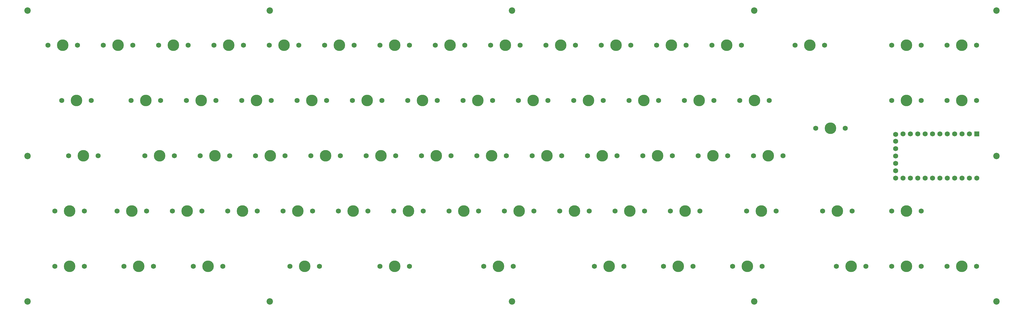
<source format=gts>
%TF.GenerationSoftware,KiCad,Pcbnew,(5.99.0-12974-ge12f9a194d)*%
%TF.CreationDate,2022-03-06T12:10:12+01:00*%
%TF.ProjectId,lazercut,6c617a65-7263-4757-942e-6b696361645f,rev?*%
%TF.SameCoordinates,Original*%
%TF.FileFunction,Soldermask,Top*%
%TF.FilePolarity,Negative*%
%FSLAX46Y46*%
G04 Gerber Fmt 4.6, Leading zero omitted, Abs format (unit mm)*
G04 Created by KiCad (PCBNEW (5.99.0-12974-ge12f9a194d)) date 2022-03-06 12:10:12*
%MOMM*%
%LPD*%
G01*
G04 APERTURE LIST*
%ADD10C,2.200000*%
%ADD11C,1.750000*%
%ADD12C,3.987800*%
%ADD13R,1.752600X1.752600*%
%ADD14C,1.752600*%
G04 APERTURE END LIST*
D10*
X189230000Y-122770000D03*
X105830000Y-122770000D03*
X22430000Y-122770000D03*
X22430000Y-72640000D03*
X22430000Y-22520000D03*
X105830000Y-22520000D03*
X189240000Y-22520000D03*
X272640000Y-22520000D03*
X356040000Y-22520000D03*
X356030000Y-72640000D03*
X356040000Y-122770000D03*
X272630000Y-122770000D03*
D11*
X268205000Y-34525000D03*
X258045000Y-34525000D03*
D12*
X263125000Y-34525000D03*
D11*
X191370000Y-53575000D03*
D12*
X196450000Y-53575000D03*
D11*
X201530000Y-53575000D03*
X224707500Y-91675000D03*
D12*
X229787500Y-91675000D03*
D11*
X234867500Y-91675000D03*
D12*
X277412500Y-72625000D03*
D11*
X272332500Y-72625000D03*
X282492500Y-72625000D03*
X58020000Y-53575000D03*
X68180000Y-53575000D03*
D12*
X63100000Y-53575000D03*
X105962500Y-72625000D03*
D11*
X100882500Y-72625000D03*
X111042500Y-72625000D03*
D12*
X67862500Y-72625000D03*
D11*
X72942500Y-72625000D03*
X62782500Y-72625000D03*
X339007500Y-34525000D03*
X349167500Y-34525000D03*
D12*
X344087500Y-34525000D03*
D11*
X105645000Y-34525000D03*
D12*
X110725000Y-34525000D03*
D11*
X115805000Y-34525000D03*
X130092500Y-72625000D03*
D12*
X125012500Y-72625000D03*
D11*
X119932500Y-72625000D03*
D12*
X325037500Y-110725000D03*
D11*
X319957500Y-110725000D03*
X330117500Y-110725000D03*
D12*
X301225000Y-91675000D03*
D11*
X296145000Y-91675000D03*
X306305000Y-91675000D03*
X168192500Y-72625000D03*
D12*
X163112500Y-72625000D03*
D11*
X158032500Y-72625000D03*
D12*
X325037500Y-53575000D03*
D11*
X319957500Y-53575000D03*
X330117500Y-53575000D03*
X86595000Y-34525000D03*
X96755000Y-34525000D03*
D12*
X91675000Y-34525000D03*
D11*
X46748800Y-72625000D03*
D12*
X41668800Y-72625000D03*
D11*
X36588800Y-72625000D03*
D13*
X349250000Y-65024000D03*
D14*
X346710000Y-65024000D03*
X344170000Y-65024000D03*
X341630000Y-65024000D03*
X339090000Y-65024000D03*
X336550000Y-65024000D03*
X334010000Y-65024000D03*
X331470000Y-65024000D03*
X328930000Y-65024000D03*
X326390000Y-65024000D03*
X323850000Y-65024000D03*
X321310000Y-65252600D03*
X321310000Y-80264000D03*
X323850000Y-80264000D03*
X326390000Y-80264000D03*
X328930000Y-80264000D03*
X331470000Y-80264000D03*
X334010000Y-80264000D03*
X336550000Y-80264000D03*
X339090000Y-80264000D03*
X341630000Y-80264000D03*
X344170000Y-80264000D03*
X346710000Y-80264000D03*
X349250000Y-80264000D03*
X321310000Y-67564000D03*
X321310000Y-70104000D03*
X321310000Y-72644000D03*
X321310000Y-75184000D03*
X321310000Y-77724000D03*
D12*
X139300000Y-53575000D03*
D11*
X144380000Y-53575000D03*
X134220000Y-53575000D03*
X253917500Y-91675000D03*
X243757500Y-91675000D03*
D12*
X248837500Y-91675000D03*
D11*
X217563800Y-110725000D03*
X227723800Y-110725000D03*
D12*
X222643800Y-110725000D03*
X39287500Y-53575000D03*
D11*
X44367500Y-53575000D03*
X34207500Y-53575000D03*
X149142500Y-72625000D03*
X138982500Y-72625000D03*
D12*
X144062500Y-72625000D03*
D11*
X77705000Y-34525000D03*
X67545000Y-34525000D03*
D12*
X72625000Y-34525000D03*
D11*
X300907500Y-110725000D03*
D12*
X305987500Y-110725000D03*
D11*
X311067500Y-110725000D03*
X153905000Y-110725000D03*
X143745000Y-110725000D03*
D12*
X148825000Y-110725000D03*
D11*
X172320000Y-53575000D03*
X182480000Y-53575000D03*
D12*
X177400000Y-53575000D03*
D11*
X53257500Y-91675000D03*
X63417500Y-91675000D03*
D12*
X58337500Y-91675000D03*
D11*
X82467500Y-91675000D03*
X72307500Y-91675000D03*
D12*
X77387500Y-91675000D03*
D11*
X148507500Y-91675000D03*
D12*
X153587500Y-91675000D03*
D11*
X158667500Y-91675000D03*
D12*
X167875000Y-34525000D03*
D11*
X162795000Y-34525000D03*
X172955000Y-34525000D03*
D12*
X298843800Y-63100000D03*
D11*
X303923800Y-63100000D03*
X293763800Y-63100000D03*
D12*
X272650000Y-53575000D03*
D11*
X267570000Y-53575000D03*
X277730000Y-53575000D03*
X234232500Y-72625000D03*
X244392500Y-72625000D03*
D12*
X239312500Y-72625000D03*
D11*
X122948800Y-110725000D03*
D12*
X117868800Y-110725000D03*
D11*
X112788800Y-110725000D03*
X187242500Y-72625000D03*
D12*
X182162500Y-72625000D03*
D11*
X177082500Y-72625000D03*
X225342500Y-72625000D03*
X215182500Y-72625000D03*
D12*
X220262500Y-72625000D03*
X53575000Y-34525000D03*
D11*
X58655000Y-34525000D03*
X48495000Y-34525000D03*
X39605000Y-34525000D03*
D12*
X34525000Y-34525000D03*
D11*
X29445000Y-34525000D03*
X241376300Y-110725000D03*
D12*
X246456300Y-110725000D03*
D11*
X251536300Y-110725000D03*
X101517500Y-91675000D03*
X91357500Y-91675000D03*
D12*
X96437500Y-91675000D03*
X191687500Y-91675000D03*
D11*
X186607500Y-91675000D03*
X196767500Y-91675000D03*
D12*
X215500000Y-53575000D03*
D11*
X220580000Y-53575000D03*
X210420000Y-53575000D03*
X205657500Y-91675000D03*
D12*
X210737500Y-91675000D03*
D11*
X215817500Y-91675000D03*
X211055000Y-34525000D03*
X200895000Y-34525000D03*
D12*
X205975000Y-34525000D03*
D11*
X153905000Y-34525000D03*
X143745000Y-34525000D03*
D12*
X148825000Y-34525000D03*
D11*
X192005000Y-34525000D03*
X181845000Y-34525000D03*
D12*
X186925000Y-34525000D03*
D11*
X124695000Y-34525000D03*
X134855000Y-34525000D03*
D12*
X129775000Y-34525000D03*
D11*
X319957500Y-34525000D03*
D12*
X325037500Y-34525000D03*
D11*
X330117500Y-34525000D03*
D12*
X225025000Y-34525000D03*
D11*
X230105000Y-34525000D03*
X219945000Y-34525000D03*
X196132500Y-72625000D03*
X206292500Y-72625000D03*
D12*
X201212500Y-72625000D03*
X244075000Y-34525000D03*
D11*
X238995000Y-34525000D03*
X249155000Y-34525000D03*
D12*
X172637500Y-91675000D03*
D11*
X167557500Y-91675000D03*
X177717500Y-91675000D03*
X55638800Y-110725000D03*
D12*
X60718800Y-110725000D03*
D11*
X65798800Y-110725000D03*
D12*
X101200000Y-53575000D03*
D11*
X96120000Y-53575000D03*
X106280000Y-53575000D03*
X239630000Y-53575000D03*
X229470000Y-53575000D03*
D12*
X234550000Y-53575000D03*
D11*
X41986300Y-110725000D03*
X31826300Y-110725000D03*
D12*
X36906300Y-110725000D03*
X158350000Y-53575000D03*
D11*
X153270000Y-53575000D03*
X163430000Y-53575000D03*
X77070000Y-53575000D03*
D12*
X82150000Y-53575000D03*
D11*
X87230000Y-53575000D03*
D12*
X344087500Y-110725000D03*
D11*
X339007500Y-110725000D03*
X349167500Y-110725000D03*
X179463800Y-110725000D03*
X189623800Y-110725000D03*
D12*
X184543800Y-110725000D03*
X344087500Y-53575000D03*
D11*
X339007500Y-53575000D03*
X349167500Y-53575000D03*
X253282500Y-72625000D03*
D12*
X258362500Y-72625000D03*
D11*
X263442500Y-72625000D03*
X115170000Y-53575000D03*
D12*
X120250000Y-53575000D03*
D11*
X125330000Y-53575000D03*
X296780000Y-34525000D03*
X286620000Y-34525000D03*
D12*
X291700000Y-34525000D03*
X134537500Y-91675000D03*
D11*
X129457500Y-91675000D03*
X139617500Y-91675000D03*
X120567500Y-91675000D03*
X110407500Y-91675000D03*
D12*
X115487500Y-91675000D03*
D11*
X79451300Y-110725000D03*
D12*
X84531300Y-110725000D03*
D11*
X89611300Y-110725000D03*
X269951300Y-91675000D03*
D12*
X275031300Y-91675000D03*
D11*
X280111300Y-91675000D03*
D12*
X36906300Y-91675000D03*
D11*
X31826300Y-91675000D03*
X41986300Y-91675000D03*
X258680000Y-53575000D03*
D12*
X253600000Y-53575000D03*
D11*
X248520000Y-53575000D03*
D12*
X270268800Y-110725000D03*
D11*
X275348800Y-110725000D03*
X265188800Y-110725000D03*
X91992500Y-72625000D03*
X81832500Y-72625000D03*
D12*
X86912500Y-72625000D03*
D11*
X330117500Y-91675000D03*
X319957500Y-91675000D03*
D12*
X325037500Y-91675000D03*
M02*

</source>
